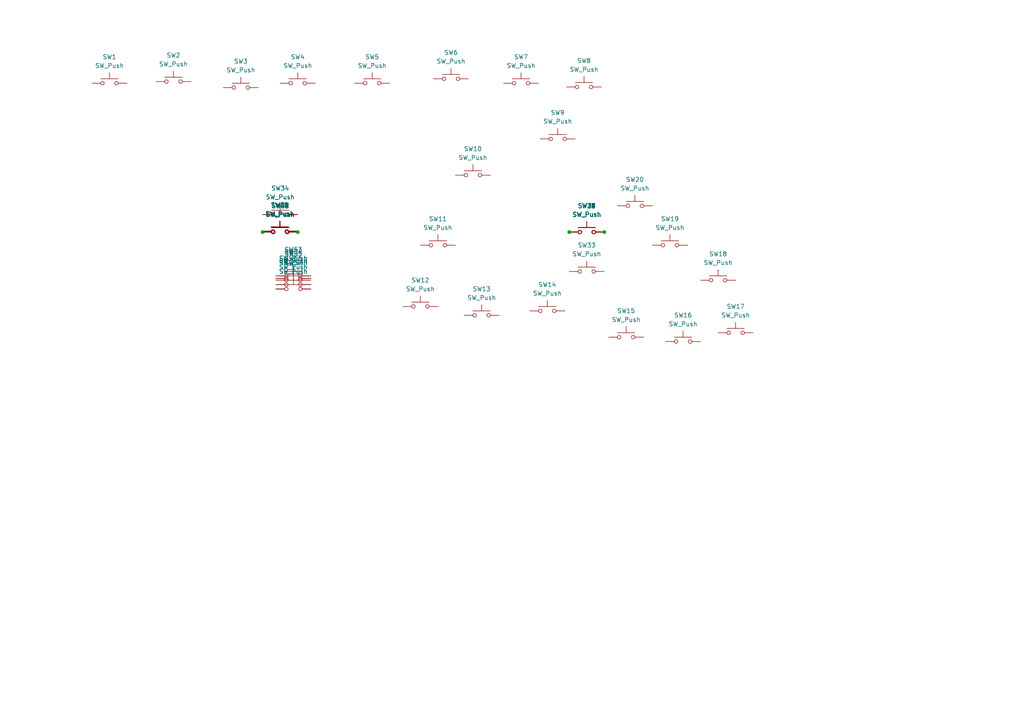
<source format=kicad_sch>
(kicad_sch
	(version 20231120)
	(generator "eeschema")
	(generator_version "8.0")
	(uuid "87996782-061d-47ce-956a-c221ab1ededa")
	(paper "A4")
	(lib_symbols
		(symbol "Switch:SW_Push"
			(pin_numbers hide)
			(pin_names
				(offset 1.016) hide)
			(exclude_from_sim no)
			(in_bom yes)
			(on_board yes)
			(property "Reference" "SW"
				(at 1.27 2.54 0)
				(effects
					(font
						(size 1.27 1.27)
					)
					(justify left)
				)
			)
			(property "Value" "SW_Push"
				(at 0 -1.524 0)
				(effects
					(font
						(size 1.27 1.27)
					)
				)
			)
			(property "Footprint" ""
				(at 0 5.08 0)
				(effects
					(font
						(size 1.27 1.27)
					)
					(hide yes)
				)
			)
			(property "Datasheet" "~"
				(at 0 5.08 0)
				(effects
					(font
						(size 1.27 1.27)
					)
					(hide yes)
				)
			)
			(property "Description" "Push button switch, generic, two pins"
				(at 0 0 0)
				(effects
					(font
						(size 1.27 1.27)
					)
					(hide yes)
				)
			)
			(property "ki_keywords" "switch normally-open pushbutton push-button"
				(at 0 0 0)
				(effects
					(font
						(size 1.27 1.27)
					)
					(hide yes)
				)
			)
			(symbol "SW_Push_0_1"
				(circle
					(center -2.032 0)
					(radius 0.508)
					(stroke
						(width 0)
						(type default)
					)
					(fill
						(type none)
					)
				)
				(polyline
					(pts
						(xy 0 1.27) (xy 0 3.048)
					)
					(stroke
						(width 0)
						(type default)
					)
					(fill
						(type none)
					)
				)
				(polyline
					(pts
						(xy 2.54 1.27) (xy -2.54 1.27)
					)
					(stroke
						(width 0)
						(type default)
					)
					(fill
						(type none)
					)
				)
				(circle
					(center 2.032 0)
					(radius 0.508)
					(stroke
						(width 0)
						(type default)
					)
					(fill
						(type none)
					)
				)
				(pin passive line
					(at -5.08 0 0)
					(length 2.54)
					(name "1"
						(effects
							(font
								(size 1.27 1.27)
							)
						)
					)
					(number "1"
						(effects
							(font
								(size 1.27 1.27)
							)
						)
					)
				)
				(pin passive line
					(at 5.08 0 180)
					(length 2.54)
					(name "2"
						(effects
							(font
								(size 1.27 1.27)
							)
						)
					)
					(number "2"
						(effects
							(font
								(size 1.27 1.27)
							)
						)
					)
				)
			)
		)
	)
	(junction
		(at 165.1 67.31)
		(diameter 0)
		(color 0 0 0 0)
		(uuid "23bc377f-9cc0-4604-8c95-aa4c2b6733d3")
	)
	(junction
		(at 86.36 67.31)
		(diameter 0)
		(color 0 0 0 0)
		(uuid "241b5666-024e-49a8-ac70-a5eadbacedfc")
	)
	(junction
		(at 175.26 67.31)
		(diameter 0)
		(color 0 0 0 0)
		(uuid "7f7c3cb8-9ecf-4ac4-b908-f5668a0bcf2e")
	)
	(junction
		(at 76.2 67.31)
		(diameter 0)
		(color 0 0 0 0)
		(uuid "f456bddd-38ae-4165-a9a4-c57c5b203805")
	)
	(symbol
		(lib_id "Switch:SW_Push")
		(at 85.09 82.55 0)
		(unit 1)
		(exclude_from_sim no)
		(in_bom yes)
		(on_board yes)
		(dnp no)
		(fields_autoplaced yes)
		(uuid "029dddbc-fd4d-4074-a0c4-521e150d67e7")
		(property "Reference" "SW56"
			(at 85.09 74.93 0)
			(effects
				(font
					(size 1.27 1.27)
				)
			)
		)
		(property "Value" "SW_Push"
			(at 85.09 77.47 0)
			(effects
				(font
					(size 1.27 1.27)
				)
			)
		)
		(property "Footprint" "JohnDeereLibrary:Gateron KS33 Plate"
			(at 85.09 77.47 0)
			(effects
				(font
					(size 1.27 1.27)
				)
				(hide yes)
			)
		)
		(property "Datasheet" "~"
			(at 85.09 77.47 0)
			(effects
				(font
					(size 1.27 1.27)
				)
				(hide yes)
			)
		)
		(property "Description" "Push button switch, generic, two pins"
			(at 85.09 82.55 0)
			(effects
				(font
					(size 1.27 1.27)
				)
				(hide yes)
			)
		)
		(pin "2"
			(uuid "e469cca5-e878-4f0b-bbfd-f9863803fe6d")
		)
		(pin "1"
			(uuid "38d8a7dc-537d-4367-8d97-9fec1c152511")
		)
		(instances
			(project "Geneology_Keyboard"
				(path "/87996782-061d-47ce-956a-c221ab1ededa"
					(reference "SW56")
					(unit 1)
				)
			)
		)
	)
	(symbol
		(lib_id "Switch:SW_Push")
		(at 161.7583 40.2902 0)
		(unit 1)
		(exclude_from_sim no)
		(in_bom yes)
		(on_board yes)
		(dnp no)
		(fields_autoplaced yes)
		(uuid "0b0e91e8-8773-446c-93cf-882f264f0e45")
		(property "Reference" "SW9"
			(at 161.7583 32.6702 0)
			(effects
				(font
					(size 1.27 1.27)
				)
			)
		)
		(property "Value" "SW_Push"
			(at 161.7583 35.2102 0)
			(effects
				(font
					(size 1.27 1.27)
				)
			)
		)
		(property "Footprint" "JohnDeereLibrary:Gateron KS33 Plate"
			(at 161.7583 35.2102 0)
			(effects
				(font
					(size 1.27 1.27)
				)
				(hide yes)
			)
		)
		(property "Datasheet" "~"
			(at 161.7583 35.2102 0)
			(effects
				(font
					(size 1.27 1.27)
				)
				(hide yes)
			)
		)
		(property "Description" "Push button switch, generic, two pins"
			(at 161.7583 40.2902 0)
			(effects
				(font
					(size 1.27 1.27)
				)
				(hide yes)
			)
		)
		(pin "2"
			(uuid "fe4b5703-f9af-4f53-a122-90acedf3f578")
		)
		(pin "1"
			(uuid "b87a5c0c-6800-4a46-906c-6b9a71a9697b")
		)
		(instances
			(project "Geneology_Keyboard"
				(path "/87996782-061d-47ce-956a-c221ab1ededa"
					(reference "SW9")
					(unit 1)
				)
			)
		)
	)
	(symbol
		(lib_id "Switch:SW_Push")
		(at 81.0913 67.0294 0)
		(unit 1)
		(exclude_from_sim no)
		(in_bom yes)
		(on_board yes)
		(dnp no)
		(fields_autoplaced yes)
		(uuid "1a2bbe12-a89b-4132-9639-42056d2132a7")
		(property "Reference" "SW35"
			(at 81.0913 59.4094 0)
			(effects
				(font
					(size 1.27 1.27)
				)
			)
		)
		(property "Value" "SW_Push"
			(at 81.0913 61.9494 0)
			(effects
				(font
					(size 1.27 1.27)
				)
			)
		)
		(property "Footprint" "JohnDeereLibrary:Gateron KS33 Plate"
			(at 81.0913 61.9494 0)
			(effects
				(font
					(size 1.27 1.27)
				)
				(hide yes)
			)
		)
		(property "Datasheet" "~"
			(at 81.0913 61.9494 0)
			(effects
				(font
					(size 1.27 1.27)
				)
				(hide yes)
			)
		)
		(property "Description" "Push button switch, generic, two pins"
			(at 81.0913 67.0294 0)
			(effects
				(font
					(size 1.27 1.27)
				)
				(hide yes)
			)
		)
		(pin "2"
			(uuid "aab62d4a-bf07-490b-b839-9cec48d2de4d")
		)
		(pin "1"
			(uuid "33994687-ac9d-4888-91dc-fd6c34480a10")
		)
		(instances
			(project "Geneology_Keyboard"
				(path "/87996782-061d-47ce-956a-c221ab1ededa"
					(reference "SW35")
					(unit 1)
				)
			)
		)
	)
	(symbol
		(lib_id "Switch:SW_Push")
		(at 158.75 90.17 0)
		(unit 1)
		(exclude_from_sim no)
		(in_bom yes)
		(on_board yes)
		(dnp no)
		(fields_autoplaced yes)
		(uuid "1a78e10a-12c2-442e-b88e-e7aa30e46a21")
		(property "Reference" "SW14"
			(at 158.75 82.55 0)
			(effects
				(font
					(size 1.27 1.27)
				)
			)
		)
		(property "Value" "SW_Push"
			(at 158.75 85.09 0)
			(effects
				(font
					(size 1.27 1.27)
				)
			)
		)
		(property "Footprint" "JohnDeereLibrary:Gateron KS33 Plate"
			(at 158.75 85.09 0)
			(effects
				(font
					(size 1.27 1.27)
				)
				(hide yes)
			)
		)
		(property "Datasheet" "~"
			(at 158.75 85.09 0)
			(effects
				(font
					(size 1.27 1.27)
				)
				(hide yes)
			)
		)
		(property "Description" "Push button switch, generic, two pins"
			(at 158.75 90.17 0)
			(effects
				(font
					(size 1.27 1.27)
				)
				(hide yes)
			)
		)
		(pin "2"
			(uuid "dc8d6e47-6c98-4b06-aefb-97ee250082e8")
		)
		(pin "1"
			(uuid "115f7e7f-84db-4681-8821-a1b83c390b98")
		)
		(instances
			(project "Geneology_Keyboard"
				(path "/87996782-061d-47ce-956a-c221ab1ededa"
					(reference "SW14")
					(unit 1)
				)
			)
		)
	)
	(symbol
		(lib_id "Switch:SW_Push")
		(at 137.16 50.8 0)
		(unit 1)
		(exclude_from_sim no)
		(in_bom yes)
		(on_board yes)
		(dnp no)
		(fields_autoplaced yes)
		(uuid "1a86773f-f8ab-4f37-8f3b-2b10b884d283")
		(property "Reference" "SW10"
			(at 137.16 43.18 0)
			(effects
				(font
					(size 1.27 1.27)
				)
			)
		)
		(property "Value" "SW_Push"
			(at 137.16 45.72 0)
			(effects
				(font
					(size 1.27 1.27)
				)
			)
		)
		(property "Footprint" "JohnDeereLibrary:Gateron KS33 Plate"
			(at 137.16 45.72 0)
			(effects
				(font
					(size 1.27 1.27)
				)
				(hide yes)
			)
		)
		(property "Datasheet" "~"
			(at 137.16 45.72 0)
			(effects
				(font
					(size 1.27 1.27)
				)
				(hide yes)
			)
		)
		(property "Description" "Push button switch, generic, two pins"
			(at 137.16 50.8 0)
			(effects
				(font
					(size 1.27 1.27)
				)
				(hide yes)
			)
		)
		(pin "2"
			(uuid "64073cf3-010a-445c-8558-7f5c4f4df1cf")
		)
		(pin "1"
			(uuid "147d8bc4-9e76-4c03-8327-1e1dbc2ca776")
		)
		(instances
			(project "Geneology_Keyboard"
				(path "/87996782-061d-47ce-956a-c221ab1ededa"
					(reference "SW10")
					(unit 1)
				)
			)
		)
	)
	(symbol
		(lib_id "Switch:SW_Push")
		(at 81.28 67.31 0)
		(unit 1)
		(exclude_from_sim no)
		(in_bom yes)
		(on_board yes)
		(dnp no)
		(fields_autoplaced yes)
		(uuid "1b507719-8f6e-45be-8d61-babbfd5b3095")
		(property "Reference" "SW49"
			(at 81.28 59.69 0)
			(effects
				(font
					(size 1.27 1.27)
				)
			)
		)
		(property "Value" "SW_Push"
			(at 81.28 62.23 0)
			(effects
				(font
					(size 1.27 1.27)
				)
			)
		)
		(property "Footprint" "JohnDeereLibrary:Gateron KS33 Plate"
			(at 81.28 62.23 0)
			(effects
				(font
					(size 1.27 1.27)
				)
				(hide yes)
			)
		)
		(property "Datasheet" "~"
			(at 81.28 62.23 0)
			(effects
				(font
					(size 1.27 1.27)
				)
				(hide yes)
			)
		)
		(property "Description" "Push button switch, generic, two pins"
			(at 81.28 67.31 0)
			(effects
				(font
					(size 1.27 1.27)
				)
				(hide yes)
			)
		)
		(pin "2"
			(uuid "e1d65015-a851-4183-b0ba-89e0a1e16660")
		)
		(pin "1"
			(uuid "312ecebd-1789-4b62-82d0-45850877cb3c")
		)
		(instances
			(project "Geneology_Keyboard"
				(path "/87996782-061d-47ce-956a-c221ab1ededa"
					(reference "SW49")
					(unit 1)
				)
			)
		)
	)
	(symbol
		(lib_id "Switch:SW_Push")
		(at 139.7 91.44 0)
		(unit 1)
		(exclude_from_sim no)
		(in_bom yes)
		(on_board yes)
		(dnp no)
		(fields_autoplaced yes)
		(uuid "1be3b603-982f-48ac-ba30-6506371e3d96")
		(property "Reference" "SW13"
			(at 139.7 83.82 0)
			(effects
				(font
					(size 1.27 1.27)
				)
			)
		)
		(property "Value" "SW_Push"
			(at 139.7 86.36 0)
			(effects
				(font
					(size 1.27 1.27)
				)
			)
		)
		(property "Footprint" "JohnDeereLibrary:Gateron KS33 Plate"
			(at 139.7 86.36 0)
			(effects
				(font
					(size 1.27 1.27)
				)
				(hide yes)
			)
		)
		(property "Datasheet" "~"
			(at 139.7 86.36 0)
			(effects
				(font
					(size 1.27 1.27)
				)
				(hide yes)
			)
		)
		(property "Description" "Push button switch, generic, two pins"
			(at 139.7 91.44 0)
			(effects
				(font
					(size 1.27 1.27)
				)
				(hide yes)
			)
		)
		(pin "2"
			(uuid "c5189950-09db-4e95-a284-83571da76510")
		)
		(pin "1"
			(uuid "17aa9abf-0407-4b02-8258-08ccb81c8b76")
		)
		(instances
			(project "Geneology_Keyboard"
				(path "/87996782-061d-47ce-956a-c221ab1ededa"
					(reference "SW13")
					(unit 1)
				)
			)
		)
	)
	(symbol
		(lib_id "Switch:SW_Push")
		(at 81.28 67.31 0)
		(unit 1)
		(exclude_from_sim no)
		(in_bom yes)
		(on_board yes)
		(dnp no)
		(fields_autoplaced yes)
		(uuid "25a2c198-f7d6-4e21-a32d-f337c0f7ae46")
		(property "Reference" "SW37"
			(at 81.28 59.69 0)
			(effects
				(font
					(size 1.27 1.27)
				)
			)
		)
		(property "Value" "SW_Push"
			(at 81.28 62.23 0)
			(effects
				(font
					(size 1.27 1.27)
				)
			)
		)
		(property "Footprint" "JohnDeereLibrary:Gateron KS33 Plate"
			(at 81.28 62.23 0)
			(effects
				(font
					(size 1.27 1.27)
				)
				(hide yes)
			)
		)
		(property "Datasheet" "~"
			(at 81.28 62.23 0)
			(effects
				(font
					(size 1.27 1.27)
				)
				(hide yes)
			)
		)
		(property "Description" "Push button switch, generic, two pins"
			(at 81.28 67.31 0)
			(effects
				(font
					(size 1.27 1.27)
				)
				(hide yes)
			)
		)
		(pin "2"
			(uuid "5783a29a-3930-4a10-99d2-411083888051")
		)
		(pin "1"
			(uuid "eff1bc9f-57ec-49f8-bf7c-c00684045a47")
		)
		(instances
			(project "Geneology_Keyboard"
				(path "/87996782-061d-47ce-956a-c221ab1ededa"
					(reference "SW37")
					(unit 1)
				)
			)
		)
	)
	(symbol
		(lib_id "Switch:SW_Push")
		(at 85.09 81.28 0)
		(unit 1)
		(exclude_from_sim no)
		(in_bom yes)
		(on_board yes)
		(dnp no)
		(fields_autoplaced yes)
		(uuid "2b03b0e7-45b5-46e5-ab3b-23762928d2ed")
		(property "Reference" "SW55"
			(at 85.09 73.66 0)
			(effects
				(font
					(size 1.27 1.27)
				)
			)
		)
		(property "Value" "SW_Push"
			(at 85.09 76.2 0)
			(effects
				(font
					(size 1.27 1.27)
				)
			)
		)
		(property "Footprint" "JohnDeereLibrary:Gateron KS33 Plate"
			(at 85.09 76.2 0)
			(effects
				(font
					(size 1.27 1.27)
				)
				(hide yes)
			)
		)
		(property "Datasheet" "~"
			(at 85.09 76.2 0)
			(effects
				(font
					(size 1.27 1.27)
				)
				(hide yes)
			)
		)
		(property "Description" "Push button switch, generic, two pins"
			(at 85.09 81.28 0)
			(effects
				(font
					(size 1.27 1.27)
				)
				(hide yes)
			)
		)
		(pin "2"
			(uuid "a9b783f3-da0d-4fa1-895c-a0b8feb2eca3")
		)
		(pin "1"
			(uuid "23a06d74-a9eb-417e-aa24-53214b636be3")
		)
		(instances
			(project "Geneology_Keyboard"
				(path "/87996782-061d-47ce-956a-c221ab1ededa"
					(reference "SW55")
					(unit 1)
				)
			)
		)
	)
	(symbol
		(lib_id "Switch:SW_Push")
		(at 121.92 88.9 0)
		(unit 1)
		(exclude_from_sim no)
		(in_bom yes)
		(on_board yes)
		(dnp no)
		(fields_autoplaced yes)
		(uuid "30dc7fd2-6165-47d3-8aaa-4b3172fb621b")
		(property "Reference" "SW12"
			(at 121.92 81.28 0)
			(effects
				(font
					(size 1.27 1.27)
				)
			)
		)
		(property "Value" "SW_Push"
			(at 121.92 83.82 0)
			(effects
				(font
					(size 1.27 1.27)
				)
			)
		)
		(property "Footprint" "JohnDeereLibrary:Gateron KS33 Plate"
			(at 121.92 83.82 0)
			(effects
				(font
					(size 1.27 1.27)
				)
				(hide yes)
			)
		)
		(property "Datasheet" "~"
			(at 121.92 83.82 0)
			(effects
				(font
					(size 1.27 1.27)
				)
				(hide yes)
			)
		)
		(property "Description" "Push button switch, generic, two pins"
			(at 121.92 88.9 0)
			(effects
				(font
					(size 1.27 1.27)
				)
				(hide yes)
			)
		)
		(pin "2"
			(uuid "6ffc3b49-c5a5-4efa-b5af-c7f0327d2d8c")
		)
		(pin "1"
			(uuid "213a6245-421a-459d-abe7-f217e951ba88")
		)
		(instances
			(project "Geneology_Keyboard"
				(path "/87996782-061d-47ce-956a-c221ab1ededa"
					(reference "SW12")
					(unit 1)
				)
			)
		)
	)
	(symbol
		(lib_id "Switch:SW_Push")
		(at 170.18 67.31 0)
		(unit 1)
		(exclude_from_sim no)
		(in_bom yes)
		(on_board yes)
		(dnp no)
		(fields_autoplaced yes)
		(uuid "35565f65-7491-419f-a661-4582246d569e")
		(property "Reference" "SW29"
			(at 170.18 59.69 0)
			(effects
				(font
					(size 1.27 1.27)
				)
			)
		)
		(property "Value" "SW_Push"
			(at 170.18 62.23 0)
			(effects
				(font
					(size 1.27 1.27)
				)
			)
		)
		(property "Footprint" "JohnDeereLibrary:Gateron KS33 Plate"
			(at 170.18 62.23 0)
			(effects
				(font
					(size 1.27 1.27)
				)
				(hide yes)
			)
		)
		(property "Datasheet" "~"
			(at 170.18 62.23 0)
			(effects
				(font
					(size 1.27 1.27)
				)
				(hide yes)
			)
		)
		(property "Description" "Push button switch, generic, two pins"
			(at 170.18 67.31 0)
			(effects
				(font
					(size 1.27 1.27)
				)
				(hide yes)
			)
		)
		(pin "2"
			(uuid "83413c24-761f-416d-97cf-8d8ad8ea43a1")
		)
		(pin "1"
			(uuid "93eb179a-a2dc-44bb-a9ae-7d66ec4fae83")
		)
		(instances
			(project "Geneology_Keyboard"
				(path "/87996782-061d-47ce-956a-c221ab1ededa"
					(reference "SW29")
					(unit 1)
				)
			)
		)
	)
	(symbol
		(lib_id "Switch:SW_Push")
		(at 81.28 67.31 0)
		(unit 1)
		(exclude_from_sim no)
		(in_bom yes)
		(on_board yes)
		(dnp no)
		(fields_autoplaced yes)
		(uuid "36e51cf9-b1b9-47c4-bab7-56b7aace3903")
		(property "Reference" "SW48"
			(at 81.28 59.69 0)
			(effects
				(font
					(size 1.27 1.27)
				)
			)
		)
		(property "Value" "SW_Push"
			(at 81.28 62.23 0)
			(effects
				(font
					(size 1.27 1.27)
				)
			)
		)
		(property "Footprint" "JohnDeereLibrary:Gateron KS33 Plate"
			(at 81.28 62.23 0)
			(effects
				(font
					(size 1.27 1.27)
				)
				(hide yes)
			)
		)
		(property "Datasheet" "~"
			(at 81.28 62.23 0)
			(effects
				(font
					(size 1.27 1.27)
				)
				(hide yes)
			)
		)
		(property "Description" "Push button switch, generic, two pins"
			(at 81.28 67.31 0)
			(effects
				(font
					(size 1.27 1.27)
				)
				(hide yes)
			)
		)
		(pin "2"
			(uuid "303e7764-a01a-4c74-98f4-cf56b7cea9ef")
		)
		(pin "1"
			(uuid "69656f0a-bd21-47e5-8771-1565a5319ce5")
		)
		(instances
			(project "Geneology_Keyboard"
				(path "/87996782-061d-47ce-956a-c221ab1ededa"
					(reference "SW48")
					(unit 1)
				)
			)
		)
	)
	(symbol
		(lib_id "Switch:SW_Push")
		(at 81.28 67.31 0)
		(unit 1)
		(exclude_from_sim no)
		(in_bom yes)
		(on_board yes)
		(dnp no)
		(fields_autoplaced yes)
		(uuid "39e7aff8-c94c-4861-b413-a8495524ece1")
		(property "Reference" "SW51"
			(at 81.28 59.69 0)
			(effects
				(font
					(size 1.27 1.27)
				)
			)
		)
		(property "Value" "SW_Push"
			(at 81.28 62.23 0)
			(effects
				(font
					(size 1.27 1.27)
				)
			)
		)
		(property "Footprint" "JohnDeereLibrary:Gateron KS33 Plate"
			(at 81.28 62.23 0)
			(effects
				(font
					(size 1.27 1.27)
				)
				(hide yes)
			)
		)
		(property "Datasheet" "~"
			(at 81.28 62.23 0)
			(effects
				(font
					(size 1.27 1.27)
				)
				(hide yes)
			)
		)
		(property "Description" "Push button switch, generic, two pins"
			(at 81.28 67.31 0)
			(effects
				(font
					(size 1.27 1.27)
				)
				(hide yes)
			)
		)
		(pin "2"
			(uuid "2afb9b5f-132c-4a3e-97f0-4c3ddcf29764")
		)
		(pin "1"
			(uuid "d438758b-1d53-43cd-a802-87797540ca03")
		)
		(instances
			(project "Geneology_Keyboard"
				(path "/87996782-061d-47ce-956a-c221ab1ededa"
					(reference "SW51")
					(unit 1)
				)
			)
		)
	)
	(symbol
		(lib_id "Switch:SW_Push")
		(at 81.28 67.31 0)
		(unit 1)
		(exclude_from_sim no)
		(in_bom yes)
		(on_board yes)
		(dnp no)
		(fields_autoplaced yes)
		(uuid "3fe76894-c377-4b60-9982-ce82f7e54a7a")
		(property "Reference" "SW43"
			(at 81.28 59.69 0)
			(effects
				(font
					(size 1.27 1.27)
				)
			)
		)
		(property "Value" "SW_Push"
			(at 81.28 62.23 0)
			(effects
				(font
					(size 1.27 1.27)
				)
			)
		)
		(property "Footprint" "JohnDeereLibrary:Gateron KS33 Plate"
			(at 81.28 62.23 0)
			(effects
				(font
					(size 1.27 1.27)
				)
				(hide yes)
			)
		)
		(property "Datasheet" "~"
			(at 81.28 62.23 0)
			(effects
				(font
					(size 1.27 1.27)
				)
				(hide yes)
			)
		)
		(property "Description" "Push button switch, generic, two pins"
			(at 81.28 67.31 0)
			(effects
				(font
					(size 1.27 1.27)
				)
				(hide yes)
			)
		)
		(pin "2"
			(uuid "fb4f7d76-7150-4b63-b15d-c25cdd1d159d")
		)
		(pin "1"
			(uuid "1cf1e7f7-432c-408c-9a23-927aa4855505")
		)
		(instances
			(project "Geneology_Keyboard"
				(path "/87996782-061d-47ce-956a-c221ab1ededa"
					(reference "SW43")
					(unit 1)
				)
			)
		)
	)
	(symbol
		(lib_id "Switch:SW_Push")
		(at 85.09 80.01 0)
		(unit 1)
		(exclude_from_sim no)
		(in_bom yes)
		(on_board yes)
		(dnp no)
		(fields_autoplaced yes)
		(uuid "44e1a8dd-a0f8-4b5f-bf22-f13df032edb4")
		(property "Reference" "SW53"
			(at 85.09 72.39 0)
			(effects
				(font
					(size 1.27 1.27)
				)
			)
		)
		(property "Value" "SW_Push"
			(at 85.09 74.93 0)
			(effects
				(font
					(size 1.27 1.27)
				)
			)
		)
		(property "Footprint" "JohnDeereLibrary:Gateron KS33 Plate"
			(at 85.09 74.93 0)
			(effects
				(font
					(size 1.27 1.27)
				)
				(hide yes)
			)
		)
		(property "Datasheet" "~"
			(at 85.09 74.93 0)
			(effects
				(font
					(size 1.27 1.27)
				)
				(hide yes)
			)
		)
		(property "Description" "Push button switch, generic, two pins"
			(at 85.09 80.01 0)
			(effects
				(font
					(size 1.27 1.27)
				)
				(hide yes)
			)
		)
		(pin "2"
			(uuid "d66b0822-4d13-45d2-8a84-c5cf3eccc048")
		)
		(pin "1"
			(uuid "78ca7623-5f1c-448a-b5ad-40e9919e17cb")
		)
		(instances
			(project "Geneology_Keyboard"
				(path "/87996782-061d-47ce-956a-c221ab1ededa"
					(reference "SW53")
					(unit 1)
				)
			)
		)
	)
	(symbol
		(lib_id "Switch:SW_Push")
		(at 127 71.12 0)
		(unit 1)
		(exclude_from_sim no)
		(in_bom yes)
		(on_board yes)
		(dnp no)
		(fields_autoplaced yes)
		(uuid "4552e335-e09e-40c1-96f8-262867698fea")
		(property "Reference" "SW11"
			(at 127 63.5 0)
			(effects
				(font
					(size 1.27 1.27)
				)
			)
		)
		(property "Value" "SW_Push"
			(at 127 66.04 0)
			(effects
				(font
					(size 1.27 1.27)
				)
			)
		)
		(property "Footprint" "JohnDeereLibrary:Gateron KS33 Plate"
			(at 127 66.04 0)
			(effects
				(font
					(size 1.27 1.27)
				)
				(hide yes)
			)
		)
		(property "Datasheet" "~"
			(at 127 66.04 0)
			(effects
				(font
					(size 1.27 1.27)
				)
				(hide yes)
			)
		)
		(property "Description" "Push button switch, generic, two pins"
			(at 127 71.12 0)
			(effects
				(font
					(size 1.27 1.27)
				)
				(hide yes)
			)
		)
		(pin "2"
			(uuid "9f4d95ea-b3e8-4a74-9802-a91618e8e9c1")
		)
		(pin "1"
			(uuid "86e2d594-8c8a-4f42-b041-7ea03c1253f9")
		)
		(instances
			(project "Geneology_Keyboard"
				(path "/87996782-061d-47ce-956a-c221ab1ededa"
					(reference "SW11")
					(unit 1)
				)
			)
		)
	)
	(symbol
		(lib_id "Switch:SW_Push")
		(at 170.18 67.31 0)
		(unit 1)
		(exclude_from_sim no)
		(in_bom yes)
		(on_board yes)
		(dnp no)
		(fields_autoplaced yes)
		(uuid "4a2df791-9a26-432d-a454-9d8c6edaa92e")
		(property "Reference" "SW24"
			(at 170.18 59.69 0)
			(effects
				(font
					(size 1.27 1.27)
				)
			)
		)
		(property "Value" "SW_Push"
			(at 170.18 62.23 0)
			(effects
				(font
					(size 1.27 1.27)
				)
			)
		)
		(property "Footprint" "JohnDeereLibrary:Gateron KS33 Plate"
			(at 170.18 62.23 0)
			(effects
				(font
					(size 1.27 1.27)
				)
				(hide yes)
			)
		)
		(property "Datasheet" "~"
			(at 170.18 62.23 0)
			(effects
				(font
					(size 1.27 1.27)
				)
				(hide yes)
			)
		)
		(property "Description" "Push button switch, generic, two pins"
			(at 170.18 67.31 0)
			(effects
				(font
					(size 1.27 1.27)
				)
				(hide yes)
			)
		)
		(pin "2"
			(uuid "f252b8b7-0339-48b0-9546-00d58fb4d4e5")
		)
		(pin "1"
			(uuid "22b62cc4-8d99-4444-b07c-510adddcb3ed")
		)
		(instances
			(project "Geneology_Keyboard"
				(path "/87996782-061d-47ce-956a-c221ab1ededa"
					(reference "SW24")
					(unit 1)
				)
			)
		)
	)
	(symbol
		(lib_id "Switch:SW_Push")
		(at 81.28 62.23 0)
		(unit 1)
		(exclude_from_sim no)
		(in_bom yes)
		(on_board yes)
		(dnp no)
		(fields_autoplaced yes)
		(uuid "4bdfda65-255b-482a-baee-224a22f863bf")
		(property "Reference" "SW34"
			(at 81.28 54.61 0)
			(effects
				(font
					(size 1.27 1.27)
				)
			)
		)
		(property "Value" "SW_Push"
			(at 81.28 57.15 0)
			(effects
				(font
					(size 1.27 1.27)
				)
			)
		)
		(property "Footprint" "JohnDeereLibrary:Gateron KS33 Plate"
			(at 81.28 57.15 0)
			(effects
				(font
					(size 1.27 1.27)
				)
				(hide yes)
			)
		)
		(property "Datasheet" "~"
			(at 81.28 57.15 0)
			(effects
				(font
					(size 1.27 1.27)
				)
				(hide yes)
			)
		)
		(property "Description" "Push button switch, generic, two pins"
			(at 81.28 62.23 0)
			(effects
				(font
					(size 1.27 1.27)
				)
				(hide yes)
			)
		)
		(pin "2"
			(uuid "4bd95835-d953-4f3e-938c-4baf94eb3a2f")
		)
		(pin "1"
			(uuid "41534e0d-c2bb-4d6a-9f92-5ae4dde97016")
		)
		(instances
			(project "Geneology_Keyboard"
				(path "/87996782-061d-47ce-956a-c221ab1ededa"
					(reference "SW34")
					(unit 1)
				)
			)
		)
	)
	(symbol
		(lib_id "Switch:SW_Push")
		(at 170.18 78.74 0)
		(unit 1)
		(exclude_from_sim no)
		(in_bom yes)
		(on_board yes)
		(dnp no)
		(fields_autoplaced yes)
		(uuid "52f9dea8-9d3d-4172-96e2-6fb6ca6312fe")
		(property "Reference" "SW33"
			(at 170.18 71.12 0)
			(effects
				(font
					(size 1.27 1.27)
				)
			)
		)
		(property "Value" "SW_Push"
			(at 170.18 73.66 0)
			(effects
				(font
					(size 1.27 1.27)
				)
			)
		)
		(property "Footprint" "JohnDeereLibrary:Gateron KS33 Plate"
			(at 170.18 73.66 0)
			(effects
				(font
					(size 1.27 1.27)
				)
				(hide yes)
			)
		)
		(property "Datasheet" "~"
			(at 170.18 73.66 0)
			(effects
				(font
					(size 1.27 1.27)
				)
				(hide yes)
			)
		)
		(property "Description" "Push button switch, generic, two pins"
			(at 170.18 78.74 0)
			(effects
				(font
					(size 1.27 1.27)
				)
				(hide yes)
			)
		)
		(pin "2"
			(uuid "73b38ef0-bbc4-4b0f-9134-229b52364cf8")
		)
		(pin "1"
			(uuid "6b8c860b-4a3b-4878-a9e1-13f4867ad6ce")
		)
		(instances
			(project "Geneology_Keyboard"
				(path "/87996782-061d-47ce-956a-c221ab1ededa"
					(reference "SW33")
					(unit 1)
				)
			)
		)
	)
	(symbol
		(lib_id "Switch:SW_Push")
		(at 81.28 67.31 0)
		(unit 1)
		(exclude_from_sim no)
		(in_bom yes)
		(on_board yes)
		(dnp no)
		(fields_autoplaced yes)
		(uuid "547265c3-7d5b-4142-ab34-89ad3e7b89d0")
		(property "Reference" "SW40"
			(at 81.28 59.69 0)
			(effects
				(font
					(size 1.27 1.27)
				)
			)
		)
		(property "Value" "SW_Push"
			(at 81.28 62.23 0)
			(effects
				(font
					(size 1.27 1.27)
				)
			)
		)
		(property "Footprint" "JohnDeereLibrary:Gateron KS33 Plate"
			(at 81.28 62.23 0)
			(effects
				(font
					(size 1.27 1.27)
				)
				(hide yes)
			)
		)
		(property "Datasheet" "~"
			(at 81.28 62.23 0)
			(effects
				(font
					(size 1.27 1.27)
				)
				(hide yes)
			)
		)
		(property "Description" "Push button switch, generic, two pins"
			(at 81.28 67.31 0)
			(effects
				(font
					(size 1.27 1.27)
				)
				(hide yes)
			)
		)
		(pin "2"
			(uuid "9693ede8-9848-463d-8948-673ebda45679")
		)
		(pin "1"
			(uuid "b7f7c455-f8bb-4d06-a103-9df65c3a5aaf")
		)
		(instances
			(project "Geneology_Keyboard"
				(path "/87996782-061d-47ce-956a-c221ab1ededa"
					(reference "SW40")
					(unit 1)
				)
			)
		)
	)
	(symbol
		(lib_id "Switch:SW_Push")
		(at 170.18 67.31 0)
		(unit 1)
		(exclude_from_sim no)
		(in_bom yes)
		(on_board yes)
		(dnp no)
		(fields_autoplaced yes)
		(uuid "63e6fe60-4615-4100-a678-00a2452f00d0")
		(property "Reference" "SW32"
			(at 170.18 59.69 0)
			(effects
				(font
					(size 1.27 1.27)
				)
			)
		)
		(property "Value" "SW_Push"
			(at 170.18 62.23 0)
			(effects
				(font
					(size 1.27 1.27)
				)
			)
		)
		(property "Footprint" "JohnDeereLibrary:Gateron KS33 Plate"
			(at 170.18 62.23 0)
			(effects
				(font
					(size 1.27 1.27)
				)
				(hide yes)
			)
		)
		(property "Datasheet" "~"
			(at 170.18 62.23 0)
			(effects
				(font
					(size 1.27 1.27)
				)
				(hide yes)
			)
		)
		(property "Description" "Push button switch, generic, two pins"
			(at 170.18 67.31 0)
			(effects
				(font
					(size 1.27 1.27)
				)
				(hide yes)
			)
		)
		(pin "2"
			(uuid "19e80e7d-dd4f-4d15-879b-18a985902ac2")
		)
		(pin "1"
			(uuid "5784d53b-e560-41cd-a3c7-5e4695fd1dc8")
		)
		(instances
			(project "Geneology_Keyboard"
				(path "/87996782-061d-47ce-956a-c221ab1ededa"
					(reference "SW32")
					(unit 1)
				)
			)
		)
	)
	(symbol
		(lib_id "Switch:SW_Push")
		(at 208.28 81.28 0)
		(unit 1)
		(exclude_from_sim no)
		(in_bom yes)
		(on_board yes)
		(dnp no)
		(fields_autoplaced yes)
		(uuid "67c8252c-5b7e-4bd8-b3f1-c1c7b611e984")
		(property "Reference" "SW18"
			(at 208.28 73.66 0)
			(effects
				(font
					(size 1.27 1.27)
				)
			)
		)
		(property "Value" "SW_Push"
			(at 208.28 76.2 0)
			(effects
				(font
					(size 1.27 1.27)
				)
			)
		)
		(property "Footprint" "JohnDeereLibrary:Gateron KS33 Plate"
			(at 208.28 76.2 0)
			(effects
				(font
					(size 1.27 1.27)
				)
				(hide yes)
			)
		)
		(property "Datasheet" "~"
			(at 208.28 76.2 0)
			(effects
				(font
					(size 1.27 1.27)
				)
				(hide yes)
			)
		)
		(property "Description" "Push button switch, generic, two pins"
			(at 208.28 81.28 0)
			(effects
				(font
					(size 1.27 1.27)
				)
				(hide yes)
			)
		)
		(pin "2"
			(uuid "da037071-d92e-4723-aec1-faee59dc9680")
		)
		(pin "1"
			(uuid "48248948-5c58-4943-9cc0-e4c44dfc6d59")
		)
		(instances
			(project "Geneology_Keyboard"
				(path "/87996782-061d-47ce-956a-c221ab1ededa"
					(reference "SW18")
					(unit 1)
				)
			)
		)
	)
	(symbol
		(lib_id "Switch:SW_Push")
		(at 31.75 24.13 0)
		(unit 1)
		(exclude_from_sim no)
		(in_bom yes)
		(on_board yes)
		(dnp no)
		(fields_autoplaced yes)
		(uuid "6bf25df7-a9eb-40ce-a861-bcb96fdaba5c")
		(property "Reference" "SW1"
			(at 31.75 16.51 0)
			(effects
				(font
					(size 1.27 1.27)
				)
			)
		)
		(property "Value" "SW_Push"
			(at 31.75 19.05 0)
			(effects
				(font
					(size 1.27 1.27)
				)
			)
		)
		(property "Footprint" "JohnDeereLibrary:Gateron KS33 Plate"
			(at 31.75 19.05 0)
			(effects
				(font
					(size 1.27 1.27)
				)
				(hide yes)
			)
		)
		(property "Datasheet" "~"
			(at 31.75 19.05 0)
			(effects
				(font
					(size 1.27 1.27)
				)
				(hide yes)
			)
		)
		(property "Description" "Push button switch, generic, two pins"
			(at 31.75 24.13 0)
			(effects
				(font
					(size 1.27 1.27)
				)
				(hide yes)
			)
		)
		(pin "2"
			(uuid "4ea8737a-4948-4914-a628-1604c5662225")
		)
		(pin "1"
			(uuid "c3fb2771-b31a-4da8-b094-bbef4da90efc")
		)
		(instances
			(project ""
				(path "/87996782-061d-47ce-956a-c221ab1ededa"
					(reference "SW1")
					(unit 1)
				)
			)
		)
	)
	(symbol
		(lib_id "Switch:SW_Push")
		(at 170.18 67.31 0)
		(unit 1)
		(exclude_from_sim no)
		(in_bom yes)
		(on_board yes)
		(dnp no)
		(fields_autoplaced yes)
		(uuid "70f7553d-e2c3-468d-964a-a8fbbd53bc28")
		(property "Reference" "SW23"
			(at 170.18 59.69 0)
			(effects
				(font
					(size 1.27 1.27)
				)
			)
		)
		(property "Value" "SW_Push"
			(at 170.18 62.23 0)
			(effects
				(font
					(size 1.27 1.27)
				)
			)
		)
		(property "Footprint" "JohnDeereLibrary:Gateron KS33 Plate"
			(at 170.18 62.23 0)
			(effects
				(font
					(size 1.27 1.27)
				)
				(hide yes)
			)
		)
		(property "Datasheet" "~"
			(at 170.18 62.23 0)
			(effects
				(font
					(size 1.27 1.27)
				)
				(hide yes)
			)
		)
		(property "Description" "Push button switch, generic, two pins"
			(at 170.18 67.31 0)
			(effects
				(font
					(size 1.27 1.27)
				)
				(hide yes)
			)
		)
		(pin "2"
			(uuid "593b5ddf-1735-4f49-8d47-87d53dfe40cc")
		)
		(pin "1"
			(uuid "67d63b69-a644-4ffb-b744-faf0d412cc7a")
		)
		(instances
			(project "Geneology_Keyboard"
				(path "/87996782-061d-47ce-956a-c221ab1ededa"
					(reference "SW23")
					(unit 1)
				)
			)
		)
	)
	(symbol
		(lib_id "Switch:SW_Push")
		(at 81.28 67.31 0)
		(unit 1)
		(exclude_from_sim no)
		(in_bom yes)
		(on_board yes)
		(dnp no)
		(fields_autoplaced yes)
		(uuid "7826c3dc-4f54-4d4b-8993-19320cf4619e")
		(property "Reference" "SW46"
			(at 81.28 59.69 0)
			(effects
				(font
					(size 1.27 1.27)
				)
			)
		)
		(property "Value" "SW_Push"
			(at 81.28 62.23 0)
			(effects
				(font
					(size 1.27 1.27)
				)
			)
		)
		(property "Footprint" "JohnDeereLibrary:Gateron KS33 Plate"
			(at 81.28 62.23 0)
			(effects
				(font
					(size 1.27 1.27)
				)
				(hide yes)
			)
		)
		(property "Datasheet" "~"
			(at 81.28 62.23 0)
			(effects
				(font
					(size 1.27 1.27)
				)
				(hide yes)
			)
		)
		(property "Description" "Push button switch, generic, two pins"
			(at 81.28 67.31 0)
			(effects
				(font
					(size 1.27 1.27)
				)
				(hide yes)
			)
		)
		(pin "2"
			(uuid "4e1a5129-da18-4004-9ac6-0455251ec14c")
		)
		(pin "1"
			(uuid "1ce36bab-7878-4012-95d3-27bba12e0ff4")
		)
		(instances
			(project "Geneology_Keyboard"
				(path "/87996782-061d-47ce-956a-c221ab1ededa"
					(reference "SW46")
					(unit 1)
				)
			)
		)
	)
	(symbol
		(lib_id "Switch:SW_Push")
		(at 170.18 67.31 0)
		(unit 1)
		(exclude_from_sim no)
		(in_bom yes)
		(on_board yes)
		(dnp no)
		(fields_autoplaced yes)
		(uuid "7f89591c-90b4-4d0a-944b-148c147e43a2")
		(property "Reference" "SW28"
			(at 170.18 59.69 0)
			(effects
				(font
					(size 1.27 1.27)
				)
			)
		)
		(property "Value" "SW_Push"
			(at 170.18 62.23 0)
			(effects
				(font
					(size 1.27 1.27)
				)
			)
		)
		(property "Footprint" "JohnDeereLibrary:Gateron KS33 Plate"
			(at 170.18 62.23 0)
			(effects
				(font
					(size 1.27 1.27)
				)
				(hide yes)
			)
		)
		(property "Datasheet" "~"
			(at 170.18 62.23 0)
			(effects
				(font
					(size 1.27 1.27)
				)
				(hide yes)
			)
		)
		(property "Description" "Push button switch, generic, two pins"
			(at 170.18 67.31 0)
			(effects
				(font
					(size 1.27 1.27)
				)
				(hide yes)
			)
		)
		(pin "2"
			(uuid "8d12011c-f396-4449-90fd-7b240dab9ab5")
		)
		(pin "1"
			(uuid "17f8672b-44e8-4d06-a81a-a684064ef7fb")
		)
		(instances
			(project "Geneology_Keyboard"
				(path "/87996782-061d-47ce-956a-c221ab1ededa"
					(reference "SW28")
					(unit 1)
				)
			)
		)
	)
	(symbol
		(lib_id "Switch:SW_Push")
		(at 181.61 97.79 0)
		(unit 1)
		(exclude_from_sim no)
		(in_bom yes)
		(on_board yes)
		(dnp no)
		(fields_autoplaced yes)
		(uuid "8027ddd0-1d8d-4afb-bd2a-707d7e07eb33")
		(property "Reference" "SW15"
			(at 181.61 90.17 0)
			(effects
				(font
					(size 1.27 1.27)
				)
			)
		)
		(property "Value" "SW_Push"
			(at 181.61 92.71 0)
			(effects
				(font
					(size 1.27 1.27)
				)
			)
		)
		(property "Footprint" "JohnDeereLibrary:Gateron KS33 Plate"
			(at 181.61 92.71 0)
			(effects
				(font
					(size 1.27 1.27)
				)
				(hide yes)
			)
		)
		(property "Datasheet" "~"
			(at 181.61 92.71 0)
			(effects
				(font
					(size 1.27 1.27)
				)
				(hide yes)
			)
		)
		(property "Description" "Push button switch, generic, two pins"
			(at 181.61 97.79 0)
			(effects
				(font
					(size 1.27 1.27)
				)
				(hide yes)
			)
		)
		(pin "2"
			(uuid "e2db4342-a759-49ed-ac6d-a286c27493b5")
		)
		(pin "1"
			(uuid "eb19777f-22e7-4057-9699-038b563603e3")
		)
		(instances
			(project "Geneology_Keyboard"
				(path "/87996782-061d-47ce-956a-c221ab1ededa"
					(reference "SW15")
					(unit 1)
				)
			)
		)
	)
	(symbol
		(lib_id "Switch:SW_Push")
		(at 169.3981 25.2354 0)
		(unit 1)
		(exclude_from_sim no)
		(in_bom yes)
		(on_board yes)
		(dnp no)
		(fields_autoplaced yes)
		(uuid "860f9bc9-ebac-4e26-a567-359267293b55")
		(property "Reference" "SW8"
			(at 169.3981 17.6154 0)
			(effects
				(font
					(size 1.27 1.27)
				)
			)
		)
		(property "Value" "SW_Push"
			(at 169.3981 20.1554 0)
			(effects
				(font
					(size 1.27 1.27)
				)
			)
		)
		(property "Footprint" "JohnDeereLibrary:Gateron KS33 Plate"
			(at 169.3981 20.1554 0)
			(effects
				(font
					(size 1.27 1.27)
				)
				(hide yes)
			)
		)
		(property "Datasheet" "~"
			(at 169.3981 20.1554 0)
			(effects
				(font
					(size 1.27 1.27)
				)
				(hide yes)
			)
		)
		(property "Description" "Push button switch, generic, two pins"
			(at 169.3981 25.2354 0)
			(effects
				(font
					(size 1.27 1.27)
				)
				(hide yes)
			)
		)
		(pin "2"
			(uuid "b0508528-6127-4e2e-98ac-4f0a6c0e765b")
		)
		(pin "1"
			(uuid "cc7c6dc9-4264-4631-954d-c785175308eb")
		)
		(instances
			(project "Geneology_Keyboard"
				(path "/87996782-061d-47ce-956a-c221ab1ededa"
					(reference "SW8")
					(unit 1)
				)
			)
		)
	)
	(symbol
		(lib_id "Switch:SW_Push")
		(at 130.81 22.86 0)
		(unit 1)
		(exclude_from_sim no)
		(in_bom yes)
		(on_board yes)
		(dnp no)
		(fields_autoplaced yes)
		(uuid "87f2a549-47ec-4adb-ad57-4367dc2bdfca")
		(property "Reference" "SW6"
			(at 130.81 15.24 0)
			(effects
				(font
					(size 1.27 1.27)
				)
			)
		)
		(property "Value" "SW_Push"
			(at 130.81 17.78 0)
			(effects
				(font
					(size 1.27 1.27)
				)
			)
		)
		(property "Footprint" "JohnDeereLibrary:Gateron KS33 Plate"
			(at 130.81 17.78 0)
			(effects
				(font
					(size 1.27 1.27)
				)
				(hide yes)
			)
		)
		(property "Datasheet" "~"
			(at 130.81 17.78 0)
			(effects
				(font
					(size 1.27 1.27)
				)
				(hide yes)
			)
		)
		(property "Description" "Push button switch, generic, two pins"
			(at 130.81 22.86 0)
			(effects
				(font
					(size 1.27 1.27)
				)
				(hide yes)
			)
		)
		(pin "2"
			(uuid "b50528b6-857d-42dc-aceb-8d7ecbe7abaf")
		)
		(pin "1"
			(uuid "2e23fe26-25cf-43a8-aada-ab176afec83e")
		)
		(instances
			(project "Geneology_Keyboard"
				(path "/87996782-061d-47ce-956a-c221ab1ededa"
					(reference "SW6")
					(unit 1)
				)
			)
		)
	)
	(symbol
		(lib_id "Switch:SW_Push")
		(at 81.28 67.31 0)
		(unit 1)
		(exclude_from_sim no)
		(in_bom yes)
		(on_board yes)
		(dnp no)
		(fields_autoplaced yes)
		(uuid "89e30316-34b8-4f25-bd92-5768cf5df65d")
		(property "Reference" "SW42"
			(at 81.28 59.69 0)
			(effects
				(font
					(size 1.27 1.27)
				)
			)
		)
		(property "Value" "SW_Push"
			(at 81.28 62.23 0)
			(effects
				(font
					(size 1.27 1.27)
				)
			)
		)
		(property "Footprint" "JohnDeereLibrary:Gateron KS33 Plate"
			(at 81.28 62.23 0)
			(effects
				(font
					(size 1.27 1.27)
				)
				(hide yes)
			)
		)
		(property "Datasheet" "~"
			(at 81.28 62.23 0)
			(effects
				(font
					(size 1.27 1.27)
				)
				(hide yes)
			)
		)
		(property "Description" "Push button switch, generic, two pins"
			(at 81.28 67.31 0)
			(effects
				(font
					(size 1.27 1.27)
				)
				(hide yes)
			)
		)
		(pin "2"
			(uuid "054f51cb-8780-4306-95e7-ec9c576f417f")
		)
		(pin "1"
			(uuid "7dd3ce44-a7cb-4135-9a4b-e8e69960d2ec")
		)
		(instances
			(project "Geneology_Keyboard"
				(path "/87996782-061d-47ce-956a-c221ab1ededa"
					(reference "SW42")
					(unit 1)
				)
			)
		)
	)
	(symbol
		(lib_id "Switch:SW_Push")
		(at 81.28 67.31 0)
		(unit 1)
		(exclude_from_sim no)
		(in_bom yes)
		(on_board yes)
		(dnp no)
		(fields_autoplaced yes)
		(uuid "8fede4c9-6f50-465b-a138-55c80c9d4e1a")
		(property "Reference" "SW44"
			(at 81.28 59.69 0)
			(effects
				(font
					(size 1.27 1.27)
				)
			)
		)
		(property "Value" "SW_Push"
			(at 81.28 62.23 0)
			(effects
				(font
					(size 1.27 1.27)
				)
			)
		)
		(property "Footprint" "JohnDeereLibrary:Gateron KS33 Plate"
			(at 81.28 62.23 0)
			(effects
				(font
					(size 1.27 1.27)
				)
				(hide yes)
			)
		)
		(property "Datasheet" "~"
			(at 81.28 62.23 0)
			(effects
				(font
					(size 1.27 1.27)
				)
				(hide yes)
			)
		)
		(property "Description" "Push button switch, generic, two pins"
			(at 81.28 67.31 0)
			(effects
				(font
					(size 1.27 1.27)
				)
				(hide yes)
			)
		)
		(pin "2"
			(uuid "7ff494c0-b4bb-4eb6-bbf9-c7d89ea12f4b")
		)
		(pin "1"
			(uuid "9c5489e7-efb2-4005-ad69-a251537d7383")
		)
		(instances
			(project "Geneology_Keyboard"
				(path "/87996782-061d-47ce-956a-c221ab1ededa"
					(reference "SW44")
					(unit 1)
				)
			)
		)
	)
	(symbol
		(lib_id "Switch:SW_Push")
		(at 170.18 67.31 0)
		(unit 1)
		(exclude_from_sim no)
		(in_bom yes)
		(on_board yes)
		(dnp no)
		(fields_autoplaced yes)
		(uuid "93b321ce-dcab-4f7b-aa7c-335e2b1e3a3a")
		(property "Reference" "SW31"
			(at 170.18 59.69 0)
			(effects
				(font
					(size 1.27 1.27)
				)
			)
		)
		(property "Value" "SW_Push"
			(at 170.18 62.23 0)
			(effects
				(font
					(size 1.27 1.27)
				)
			)
		)
		(property "Footprint" "JohnDeereLibrary:Gateron KS33 Plate"
			(at 170.18 62.23 0)
			(effects
				(font
					(size 1.27 1.27)
				)
				(hide yes)
			)
		)
		(property "Datasheet" "~"
			(at 170.18 62.23 0)
			(effects
				(font
					(size 1.27 1.27)
				)
				(hide yes)
			)
		)
		(property "Description" "Push button switch, generic, two pins"
			(at 170.18 67.31 0)
			(effects
				(font
					(size 1.27 1.27)
				)
				(hide yes)
			)
		)
		(pin "2"
			(uuid "c43fa4c4-afa3-49a8-9a64-c9e9923684a6")
		)
		(pin "1"
			(uuid "65dd7cdc-ab19-4fe6-bad3-922940a13faf")
		)
		(instances
			(project "Geneology_Keyboard"
				(path "/87996782-061d-47ce-956a-c221ab1ededa"
					(reference "SW31")
					(unit 1)
				)
			)
		)
	)
	(symbol
		(lib_id "Switch:SW_Push")
		(at 170.18 67.31 0)
		(unit 1)
		(exclude_from_sim no)
		(in_bom yes)
		(on_board yes)
		(dnp no)
		(fields_autoplaced yes)
		(uuid "96ded8b8-3183-48f0-80aa-ef44312900e7")
		(property "Reference" "SW21"
			(at 170.18 59.69 0)
			(effects
				(font
					(size 1.27 1.27)
				)
			)
		)
		(property "Value" "SW_Push"
			(at 170.18 62.23 0)
			(effects
				(font
					(size 1.27 1.27)
				)
			)
		)
		(property "Footprint" "JohnDeereLibrary:Gateron KS33 Plate"
			(at 170.18 62.23 0)
			(effects
				(font
					(size 1.27 1.27)
				)
				(hide yes)
			)
		)
		(property "Datasheet" "~"
			(at 170.18 62.23 0)
			(effects
				(font
					(size 1.27 1.27)
				)
				(hide yes)
			)
		)
		(property "Description" "Push button switch, generic, two pins"
			(at 170.18 67.31 0)
			(effects
				(font
					(size 1.27 1.27)
				)
				(hide yes)
			)
		)
		(pin "2"
			(uuid "adc7c31b-50b2-43d4-8497-484221a7e8dc")
		)
		(pin "1"
			(uuid "af8b1ea3-91d3-4eee-b0f8-c45e10646f4d")
		)
		(instances
			(project "Geneology_Keyboard"
				(path "/87996782-061d-47ce-956a-c221ab1ededa"
					(reference "SW21")
					(unit 1)
				)
			)
		)
	)
	(symbol
		(lib_id "Switch:SW_Push")
		(at 81.28 67.31 0)
		(unit 1)
		(exclude_from_sim no)
		(in_bom yes)
		(on_board yes)
		(dnp no)
		(fields_autoplaced yes)
		(uuid "9fc5b258-f5a8-4769-a7f6-bfb2764b4fab")
		(property "Reference" "SW41"
			(at 81.28 59.69 0)
			(effects
				(font
					(size 1.27 1.27)
				)
			)
		)
		(property "Value" "SW_Push"
			(at 81.28 62.23 0)
			(effects
				(font
					(size 1.27 1.27)
				)
			)
		)
		(property "Footprint" "JohnDeereLibrary:Gateron KS33 Plate"
			(at 81.28 62.23 0)
			(effects
				(font
					(size 1.27 1.27)
				)
				(hide yes)
			)
		)
		(property "Datasheet" "~"
			(at 81.28 62.23 0)
			(effects
				(font
					(size 1.27 1.27)
				)
				(hide yes)
			)
		)
		(property "Description" "Push button switch, generic, two pins"
			(at 81.28 67.31 0)
			(effects
				(font
					(size 1.27 1.27)
				)
				(hide yes)
			)
		)
		(pin "2"
			(uuid "d4739f02-93e9-4788-bf69-6d620a4030e8")
		)
		(pin "1"
			(uuid "6c954533-fbaf-499d-bfbb-2459fbbc7cc0")
		)
		(instances
			(project "Geneology_Keyboard"
				(path "/87996782-061d-47ce-956a-c221ab1ededa"
					(reference "SW41")
					(unit 1)
				)
			)
		)
	)
	(symbol
		(lib_id "Switch:SW_Push")
		(at 170.18 67.31 0)
		(unit 1)
		(exclude_from_sim no)
		(in_bom yes)
		(on_board yes)
		(dnp no)
		(fields_autoplaced yes)
		(uuid "a2f7ecf0-c49d-4256-a840-f5f068b06b0a")
		(property "Reference" "SW26"
			(at 170.18 59.69 0)
			(effects
				(font
					(size 1.27 1.27)
				)
			)
		)
		(property "Value" "SW_Push"
			(at 170.18 62.23 0)
			(effects
				(font
					(size 1.27 1.27)
				)
			)
		)
		(property "Footprint" "JohnDeereLibrary:Gateron KS33 Plate"
			(at 170.18 62.23 0)
			(effects
				(font
					(size 1.27 1.27)
				)
				(hide yes)
			)
		)
		(property "Datasheet" "~"
			(at 170.18 62.23 0)
			(effects
				(font
					(size 1.27 1.27)
				)
				(hide yes)
			)
		)
		(property "Description" "Push button switch, generic, two pins"
			(at 170.18 67.31 0)
			(effects
				(font
					(size 1.27 1.27)
				)
				(hide yes)
			)
		)
		(pin "2"
			(uuid "07b3a2f0-33d9-407a-8e74-cbe7b38cb01b")
		)
		(pin "1"
			(uuid "5d4a50f1-f336-47d7-9f0a-071f79fa9ce4")
		)
		(instances
			(project "Geneology_Keyboard"
				(path "/87996782-061d-47ce-956a-c221ab1ededa"
					(reference "SW26")
					(unit 1)
				)
			)
		)
	)
	(symbol
		(lib_id "Switch:SW_Push")
		(at 170.18 67.31 0)
		(unit 1)
		(exclude_from_sim no)
		(in_bom yes)
		(on_board yes)
		(dnp no)
		(fields_autoplaced yes)
		(uuid "b04c1b84-af11-40aa-86dc-157b0567178a")
		(property "Reference" "SW27"
			(at 170.18 59.69 0)
			(effects
				(font
					(size 1.27 1.27)
				)
			)
		)
		(property "Value" "SW_Push"
			(at 170.18 62.23 0)
			(effects
				(font
					(size 1.27 1.27)
				)
			)
		)
		(property "Footprint" "JohnDeereLibrary:Gateron KS33 Plate"
			(at 170.18 62.23 0)
			(effects
				(font
					(size 1.27 1.27)
				)
				(hide yes)
			)
		)
		(property "Datasheet" "~"
			(at 170.18 62.23 0)
			(effects
				(font
					(size 1.27 1.27)
				)
				(hide yes)
			)
		)
		(property "Description" "Push button switch, generic, two pins"
			(at 170.18 67.31 0)
			(effects
				(font
					(size 1.27 1.27)
				)
				(hide yes)
			)
		)
		(pin "2"
			(uuid "966992a7-2136-4570-8e78-10647592b370")
		)
		(pin "1"
			(uuid "719bfb57-c30c-4f8e-8055-c391069a51d5")
		)
		(instances
			(project "Geneology_Keyboard"
				(path "/87996782-061d-47ce-956a-c221ab1ededa"
					(reference "SW27")
					(unit 1)
				)
			)
		)
	)
	(symbol
		(lib_id "Switch:SW_Push")
		(at 170.18 67.31 0)
		(unit 1)
		(exclude_from_sim no)
		(in_bom yes)
		(on_board yes)
		(dnp no)
		(fields_autoplaced yes)
		(uuid "b8fdcbcf-201b-4274-971d-37b365ed9fda")
		(property "Reference" "SW30"
			(at 170.18 59.69 0)
			(effects
				(font
					(size 1.27 1.27)
				)
			)
		)
		(property "Value" "SW_Push"
			(at 170.18 62.23 0)
			(effects
				(font
					(size 1.27 1.27)
				)
			)
		)
		(property "Footprint" "JohnDeereLibrary:Gateron KS33 Plate"
			(at 170.18 62.23 0)
			(effects
				(font
					(size 1.27 1.27)
				)
				(hide yes)
			)
		)
		(property "Datasheet" "~"
			(at 170.18 62.23 0)
			(effects
				(font
					(size 1.27 1.27)
				)
				(hide yes)
			)
		)
		(property "Description" "Push button switch, generic, two pins"
			(at 170.18 67.31 0)
			(effects
				(font
					(size 1.27 1.27)
				)
				(hide yes)
			)
		)
		(pin "2"
			(uuid "ac744d6f-5222-4df7-9ea6-de4fd273341c")
		)
		(pin "1"
			(uuid "9a7892c5-ca51-40ec-ac76-0f4d097e7243")
		)
		(instances
			(project "Geneology_Keyboard"
				(path "/87996782-061d-47ce-956a-c221ab1ededa"
					(reference "SW30")
					(unit 1)
				)
			)
		)
	)
	(symbol
		(lib_id "Switch:SW_Push")
		(at 151.13 24.13 0)
		(unit 1)
		(exclude_from_sim no)
		(in_bom yes)
		(on_board yes)
		(dnp no)
		(fields_autoplaced yes)
		(uuid "b954f2c2-0e98-47d0-999b-d65c32064a1d")
		(property "Reference" "SW7"
			(at 151.13 16.51 0)
			(effects
				(font
					(size 1.27 1.27)
				)
			)
		)
		(property "Value" "SW_Push"
			(at 151.13 19.05 0)
			(effects
				(font
					(size 1.27 1.27)
				)
			)
		)
		(property "Footprint" "JohnDeereLibrary:Gateron KS33 Plate"
			(at 151.13 19.05 0)
			(effects
				(font
					(size 1.27 1.27)
				)
				(hide yes)
			)
		)
		(property "Datasheet" "~"
			(at 151.13 19.05 0)
			(effects
				(font
					(size 1.27 1.27)
				)
				(hide yes)
			)
		)
		(property "Description" "Push button switch, generic, two pins"
			(at 151.13 24.13 0)
			(effects
				(font
					(size 1.27 1.27)
				)
				(hide yes)
			)
		)
		(pin "2"
			(uuid "b3337edf-f2cb-4e9b-8ea1-fbf5fa350a08")
		)
		(pin "1"
			(uuid "a284e7bc-190b-4cff-9337-6a30d1333568")
		)
		(instances
			(project "Geneology_Keyboard"
				(path "/87996782-061d-47ce-956a-c221ab1ededa"
					(reference "SW7")
					(unit 1)
				)
			)
		)
	)
	(symbol
		(lib_id "Switch:SW_Push")
		(at 184.15 59.69 0)
		(unit 1)
		(exclude_from_sim no)
		(in_bom yes)
		(on_board yes)
		(dnp no)
		(fields_autoplaced yes)
		(uuid "bb77930d-0953-4434-91c0-8b8f281d3814")
		(property "Reference" "SW20"
			(at 184.15 52.07 0)
			(effects
				(font
					(size 1.27 1.27)
				)
			)
		)
		(property "Value" "SW_Push"
			(at 184.15 54.61 0)
			(effects
				(font
					(size 1.27 1.27)
				)
			)
		)
		(property "Footprint" "JohnDeereLibrary:Gateron KS33 Plate"
			(at 184.15 54.61 0)
			(effects
				(font
					(size 1.27 1.27)
				)
				(hide yes)
			)
		)
		(property "Datasheet" "~"
			(at 184.15 54.61 0)
			(effects
				(font
					(size 1.27 1.27)
				)
				(hide yes)
			)
		)
		(property "Description" "Push button switch, generic, two pins"
			(at 184.15 59.69 0)
			(effects
				(font
					(size 1.27 1.27)
				)
				(hide yes)
			)
		)
		(pin "2"
			(uuid "b676f8d5-831f-4363-b516-ddfb433a6f97")
		)
		(pin "1"
			(uuid "6b10489f-5a7b-4535-923f-dd20796b6900")
		)
		(instances
			(project "Geneology_Keyboard"
				(path "/87996782-061d-47ce-956a-c221ab1ededa"
					(reference "SW20")
					(unit 1)
				)
			)
		)
	)
	(symbol
		(lib_id "Switch:SW_Push")
		(at 81.28 67.31 0)
		(unit 1)
		(exclude_from_sim no)
		(in_bom yes)
		(on_board yes)
		(dnp no)
		(fields_autoplaced yes)
		(uuid "c22a52d8-0de8-4094-afba-8e46bef82124")
		(property "Reference" "SW36"
			(at 81.28 59.69 0)
			(effects
				(font
					(size 1.27 1.27)
				)
			)
		)
		(property "Value" "SW_Push"
			(at 81.28 62.23 0)
			(effects
				(font
					(size 1.27 1.27)
				)
			)
		)
		(property "Footprint" "JohnDeereLibrary:Gateron KS33 Plate"
			(at 81.28 62.23 0)
			(effects
				(font
					(size 1.27 1.27)
				)
				(hide yes)
			)
		)
		(property "Datasheet" "~"
			(at 81.28 62.23 0)
			(effects
				(font
					(size 1.27 1.27)
				)
				(hide yes)
			)
		)
		(property "Description" "Push button switch, generic, two pins"
			(at 81.28 67.31 0)
			(effects
				(font
					(size 1.27 1.27)
				)
				(hide yes)
			)
		)
		(pin "2"
			(uuid "014a7b1f-157c-4092-b4b9-0e8812fb9d6b")
		)
		(pin "1"
			(uuid "b201f35a-7ec0-461c-9d5c-f84680d137cb")
		)
		(instances
			(project "Geneology_Keyboard"
				(path "/87996782-061d-47ce-956a-c221ab1ededa"
					(reference "SW36")
					(unit 1)
				)
			)
		)
	)
	(symbol
		(lib_id "Switch:SW_Push")
		(at 81.28 67.31 0)
		(unit 1)
		(exclude_from_sim no)
		(in_bom yes)
		(on_board yes)
		(dnp no)
		(fields_autoplaced yes)
		(uuid "c2a1afe1-5a60-4877-98e0-6a580a951b18")
		(property "Reference" "SW39"
			(at 81.28 59.69 0)
			(effects
				(font
					(size 1.27 1.27)
				)
			)
		)
		(property "Value" "SW_Push"
			(at 81.28 62.23 0)
			(effects
				(font
					(size 1.27 1.27)
				)
			)
		)
		(property "Footprint" "JohnDeereLibrary:Gateron KS33 Plate"
			(at 81.28 62.23 0)
			(effects
				(font
					(size 1.27 1.27)
				)
				(hide yes)
			)
		)
		(property "Datasheet" "~"
			(at 81.28 62.23 0)
			(effects
				(font
					(size 1.27 1.27)
				)
				(hide yes)
			)
		)
		(property "Description" "Push button switch, generic, two pins"
			(at 81.28 67.31 0)
			(effects
				(font
					(size 1.27 1.27)
				)
				(hide yes)
			)
		)
		(pin "2"
			(uuid "ce0d341c-d55b-4791-bafe-fd93517e8604")
		)
		(pin "1"
			(uuid "e69b2062-99a6-43c8-97a6-2c29fb74c620")
		)
		(instances
			(project "Geneology_Keyboard"
				(path "/87996782-061d-47ce-956a-c221ab1ededa"
					(reference "SW39")
					(unit 1)
				)
			)
		)
	)
	(symbol
		(lib_id "Switch:SW_Push")
		(at 170.18 67.31 0)
		(unit 1)
		(exclude_from_sim no)
		(in_bom yes)
		(on_board yes)
		(dnp no)
		(fields_autoplaced yes)
		(uuid "c2f5d46a-ada9-4d36-a70b-551399f54265")
		(property "Reference" "SW25"
			(at 170.18 59.69 0)
			(effects
				(font
					(size 1.27 1.27)
				)
			)
		)
		(property "Value" "SW_Push"
			(at 170.18 62.23 0)
			(effects
				(font
					(size 1.27 1.27)
				)
			)
		)
		(property "Footprint" "JohnDeereLibrary:Gateron KS33 Plate"
			(at 170.18 62.23 0)
			(effects
				(font
					(size 1.27 1.27)
				)
				(hide yes)
			)
		)
		(property "Datasheet" "~"
			(at 170.18 62.23 0)
			(effects
				(font
					(size 1.27 1.27)
				)
				(hide yes)
			)
		)
		(property "Description" "Push button switch, generic, two pins"
			(at 170.18 67.31 0)
			(effects
				(font
					(size 1.27 1.27)
				)
				(hide yes)
			)
		)
		(pin "2"
			(uuid "446b9fbe-b574-4c94-83cb-d8398c2c3613")
		)
		(pin "1"
			(uuid "9743d3ec-df25-4bb7-af9b-19d730fd60bf")
		)
		(instances
			(project "Geneology_Keyboard"
				(path "/87996782-061d-47ce-956a-c221ab1ededa"
					(reference "SW25")
					(unit 1)
				)
			)
		)
	)
	(symbol
		(lib_id "Switch:SW_Push")
		(at 81.28 67.31 0)
		(unit 1)
		(exclude_from_sim no)
		(in_bom yes)
		(on_board yes)
		(dnp no)
		(fields_autoplaced yes)
		(uuid "c45337d7-0b71-4fbb-8e7b-b3921e446138")
		(property "Reference" "SW45"
			(at 81.28 59.69 0)
			(effects
				(font
					(size 1.27 1.27)
				)
			)
		)
		(property "Value" "SW_Push"
			(at 81.28 62.23 0)
			(effects
				(font
					(size 1.27 1.27)
				)
			)
		)
		(property "Footprint" "JohnDeereLibrary:Gateron KS33 Plate"
			(at 81.28 62.23 0)
			(effects
				(font
					(size 1.27 1.27)
				)
				(hide yes)
			)
		)
		(property "Datasheet" "~"
			(at 81.28 62.23 0)
			(effects
				(font
					(size 1.27 1.27)
				)
				(hide yes)
			)
		)
		(property "Description" "Push button switch, generic, two pins"
			(at 81.28 67.31 0)
			(effects
				(font
					(size 1.27 1.27)
				)
				(hide yes)
			)
		)
		(pin "2"
			(uuid "1ba9fdc0-630f-4f53-85a3-fe2c4b3f8b9d")
		)
		(pin "1"
			(uuid "7116e03a-837c-4638-a69a-77f4f7f0cc9a")
		)
		(instances
			(project "Geneology_Keyboard"
				(path "/87996782-061d-47ce-956a-c221ab1ededa"
					(reference "SW45")
					(unit 1)
				)
			)
		)
	)
	(symbol
		(lib_id "Switch:SW_Push")
		(at 69.85 25.4 0)
		(unit 1)
		(exclude_from_sim no)
		(in_bom yes)
		(on_board yes)
		(dnp no)
		(fields_autoplaced yes)
		(uuid "c8aec15c-4e26-43a8-9c69-383b51b38493")
		(property "Reference" "SW3"
			(at 69.85 17.78 0)
			(effects
				(font
					(size 1.27 1.27)
				)
			)
		)
		(property "Value" "SW_Push"
			(at 69.85 20.32 0)
			(effects
				(font
					(size 1.27 1.27)
				)
			)
		)
		(property "Footprint" "JohnDeereLibrary:Gateron KS33 Plate"
			(at 69.85 20.32 0)
			(effects
				(font
					(size 1.27 1.27)
				)
				(hide yes)
			)
		)
		(property "Datasheet" "~"
			(at 69.85 20.32 0)
			(effects
				(font
					(size 1.27 1.27)
				)
				(hide yes)
			)
		)
		(property "Description" "Push button switch, generic, two pins"
			(at 69.85 25.4 0)
			(effects
				(font
					(size 1.27 1.27)
				)
				(hide yes)
			)
		)
		(pin "2"
			(uuid "7d0e5ae3-ad00-4740-87a1-b57ccc3ff6e2")
		)
		(pin "1"
			(uuid "96a5cd0c-f498-45ed-ba2f-6d4f4cf9b3f6")
		)
		(instances
			(project "Geneology_Keyboard"
				(path "/87996782-061d-47ce-956a-c221ab1ededa"
					(reference "SW3")
					(unit 1)
				)
			)
		)
	)
	(symbol
		(lib_id "Switch:SW_Push")
		(at 107.95 24.13 0)
		(unit 1)
		(exclude_from_sim no)
		(in_bom yes)
		(on_board yes)
		(dnp no)
		(fields_autoplaced yes)
		(uuid "caafacb4-6682-4cf0-9371-49c8b90570a4")
		(property "Reference" "SW5"
			(at 107.95 16.51 0)
			(effects
				(font
					(size 1.27 1.27)
				)
			)
		)
		(property "Value" "SW_Push"
			(at 107.95 19.05 0)
			(effects
				(font
					(size 1.27 1.27)
				)
			)
		)
		(property "Footprint" "JohnDeereLibrary:Gateron KS33 Plate"
			(at 107.95 19.05 0)
			(effects
				(font
					(size 1.27 1.27)
				)
				(hide yes)
			)
		)
		(property "Datasheet" "~"
			(at 107.95 19.05 0)
			(effects
				(font
					(size 1.27 1.27)
				)
				(hide yes)
			)
		)
		(property "Description" "Push button switch, generic, two pins"
			(at 107.95 24.13 0)
			(effects
				(font
					(size 1.27 1.27)
				)
				(hide yes)
			)
		)
		(pin "2"
			(uuid "34eb3620-6d49-433a-b7a1-561ef2f99220")
		)
		(pin "1"
			(uuid "ea2bfe2f-f96a-419c-a7be-4511be8af39d")
		)
		(instances
			(project "Geneology_Keyboard"
				(path "/87996782-061d-47ce-956a-c221ab1ededa"
					(reference "SW5")
					(unit 1)
				)
			)
		)
	)
	(symbol
		(lib_id "Switch:SW_Push")
		(at 85.0828 80.7917 0)
		(unit 1)
		(exclude_from_sim no)
		(in_bom yes)
		(on_board yes)
		(dnp no)
		(fields_autoplaced yes)
		(uuid "d16c4899-e089-40f3-85a3-df6bf238c713")
		(property "Reference" "SW54"
			(at 85.0828 73.1717 0)
			(effects
				(font
					(size 1.27 1.27)
				)
			)
		)
		(property "Value" "SW_Push"
			(at 85.0828 75.7117 0)
			(effects
				(font
					(size 1.27 1.27)
				)
			)
		)
		(property "Footprint" "JohnDeereLibrary:Gateron KS33 Plate"
			(at 85.0828 75.7117 0)
			(effects
				(font
					(size 1.27 1.27)
				)
				(hide yes)
			)
		)
		(property "Datasheet" "~"
			(at 85.0828 75.7117 0)
			(effects
				(font
					(size 1.27 1.27)
				)
				(hide yes)
			)
		)
		(property "Description" "Push button switch, generic, two pins"
			(at 85.0828 80.7917 0)
			(effects
				(font
					(size 1.27 1.27)
				)
				(hide yes)
			)
		)
		(pin "2"
			(uuid "10ffa37d-3653-4bd3-8758-77d8a9707659")
		)
		(pin "1"
			(uuid "88f812ae-3b22-4a3b-b2a7-c6cb91701b66")
		)
		(instances
			(project "Geneology_Keyboard"
				(path "/87996782-061d-47ce-956a-c221ab1ededa"
					(reference "SW54")
					(unit 1)
				)
			)
		)
	)
	(symbol
		(lib_id "Switch:SW_Push")
		(at 85.09 83.82 0)
		(unit 1)
		(exclude_from_sim no)
		(in_bom yes)
		(on_board yes)
		(dnp no)
		(fields_autoplaced yes)
		(uuid "d691b272-7e25-4802-b738-fb57d5204a06")
		(property "Reference" "SW57"
			(at 85.09 76.2 0)
			(effects
				(font
					(size 1.27 1.27)
				)
			)
		)
		(property "Value" "SW_Push"
			(at 85.09 78.74 0)
			(effects
				(font
					(size 1.27 1.27)
				)
			)
		)
		(property "Footprint" "JohnDeereLibrary:Gateron KS33 Plate"
			(at 85.09 78.74 0)
			(effects
				(font
					(size 1.27 1.27)
				)
				(hide yes)
			)
		)
		(property "Datasheet" "~"
			(at 85.09 78.74 0)
			(effects
				(font
					(size 1.27 1.27)
				)
				(hide yes)
			)
		)
		(property "Description" "Push button switch, generic, two pins"
			(at 85.09 83.82 0)
			(effects
				(font
					(size 1.27 1.27)
				)
				(hide yes)
			)
		)
		(pin "2"
			(uuid "3041480c-92b5-4e5c-89a4-fe60b91003ae")
		)
		(pin "1"
			(uuid "5d2c1790-6d5a-43cc-b02c-58da63e877c3")
		)
		(instances
			(project "Geneology_Keyboard"
				(path "/87996782-061d-47ce-956a-c221ab1ededa"
					(reference "SW57")
					(unit 1)
				)
			)
		)
	)
	(symbol
		(lib_id "Switch:SW_Push")
		(at 81.28 67.31 0)
		(unit 1)
		(exclude_from_sim no)
		(in_bom yes)
		(on_board yes)
		(dnp no)
		(fields_autoplaced yes)
		(uuid "d9572ffc-9dee-4b18-90e3-aecbabb2006f")
		(property "Reference" "SW47"
			(at 81.28 59.69 0)
			(effects
				(font
					(size 1.27 1.27)
				)
			)
		)
		(property "Value" "SW_Push"
			(at 81.28 62.23 0)
			(effects
				(font
					(size 1.27 1.27)
				)
			)
		)
		(property "Footprint" "JohnDeereLibrary:Gateron KS33 Plate"
			(at 81.28 62.23 0)
			(effects
				(font
					(size 1.27 1.27)
				)
				(hide yes)
			)
		)
		(property "Datasheet" "~"
			(at 81.28 62.23 0)
			(effects
				(font
					(size 1.27 1.27)
				)
				(hide yes)
			)
		)
		(property "Description" "Push button switch, generic, two pins"
			(at 81.28 67.31 0)
			(effects
				(font
					(size 1.27 1.27)
				)
				(hide yes)
			)
		)
		(pin "2"
			(uuid "25c8b896-530b-42a8-a9a3-c9842f7b3364")
		)
		(pin "1"
			(uuid "6f260e3b-e6f6-45b4-95b9-9144f8154dc3")
		)
		(instances
			(project "Geneology_Keyboard"
				(path "/87996782-061d-47ce-956a-c221ab1ededa"
					(reference "SW47")
					(unit 1)
				)
			)
		)
	)
	(symbol
		(lib_id "Switch:SW_Push")
		(at 50.3076 23.6625 0)
		(unit 1)
		(exclude_from_sim no)
		(in_bom yes)
		(on_board yes)
		(dnp no)
		(fields_autoplaced yes)
		(uuid "e269bbb0-01ae-498c-ba29-d765148667f4")
		(property "Reference" "SW2"
			(at 50.3076 16.0425 0)
			(effects
				(font
					(size 1.27 1.27)
				)
			)
		)
		(property "Value" "SW_Push"
			(at 50.3076 18.5825 0)
			(effects
				(font
					(size 1.27 1.27)
				)
			)
		)
		(property "Footprint" "JohnDeereLibrary:Gateron KS33 Plate"
			(at 50.3076 18.5825 0)
			(effects
				(font
					(size 1.27 1.27)
				)
				(hide yes)
			)
		)
		(property "Datasheet" "~"
			(at 50.3076 18.5825 0)
			(effects
				(font
					(size 1.27 1.27)
				)
				(hide yes)
			)
		)
		(property "Description" "Push button switch, generic, two pins"
			(at 50.3076 23.6625 0)
			(effects
				(font
					(size 1.27 1.27)
				)
				(hide yes)
			)
		)
		(pin "2"
			(uuid "a17e2128-31e4-4f76-9c7b-7e36bd447434")
		)
		(pin "1"
			(uuid "48a3dd17-dabb-4a7a-93dc-539424ed2525")
		)
		(instances
			(project "Geneology_Keyboard"
				(path "/87996782-061d-47ce-956a-c221ab1ededa"
					(reference "SW2")
					(unit 1)
				)
			)
		)
	)
	(symbol
		(lib_id "Switch:SW_Push")
		(at 198.12 99.06 0)
		(unit 1)
		(exclude_from_sim no)
		(in_bom yes)
		(on_board yes)
		(dnp no)
		(fields_autoplaced yes)
		(uuid "e453b110-02da-4079-b651-caea8641106b")
		(property "Reference" "SW16"
			(at 198.12 91.44 0)
			(effects
				(font
					(size 1.27 1.27)
				)
			)
		)
		(property "Value" "SW_Push"
			(at 198.12 93.98 0)
			(effects
				(font
					(size 1.27 1.27)
				)
			)
		)
		(property "Footprint" "JohnDeereLibrary:Gateron KS33 Plate"
			(at 198.12 93.98 0)
			(effects
				(font
					(size 1.27 1.27)
				)
				(hide yes)
			)
		)
		(property "Datasheet" "~"
			(at 198.12 93.98 0)
			(effects
				(font
					(size 1.27 1.27)
				)
				(hide yes)
			)
		)
		(property "Description" "Push button switch, generic, two pins"
			(at 198.12 99.06 0)
			(effects
				(font
					(size 1.27 1.27)
				)
				(hide yes)
			)
		)
		(pin "2"
			(uuid "03049b03-6d18-4086-8f45-f15370fc3a17")
		)
		(pin "1"
			(uuid "3d2a7397-c160-4240-86a4-61ea22a4c79b")
		)
		(instances
			(project "Geneology_Keyboard"
				(path "/87996782-061d-47ce-956a-c221ab1ededa"
					(reference "SW16")
					(unit 1)
				)
			)
		)
	)
	(symbol
		(lib_id "Switch:SW_Push")
		(at 194.31 71.12 0)
		(unit 1)
		(exclude_from_sim no)
		(in_bom yes)
		(on_board yes)
		(dnp no)
		(fields_autoplaced yes)
		(uuid "e48dab1e-bf68-4fc3-aa07-35f42f6681d5")
		(property "Reference" "SW19"
			(at 194.31 63.5 0)
			(effects
				(font
					(size 1.27 1.27)
				)
			)
		)
		(property "Value" "SW_Push"
			(at 194.31 66.04 0)
			(effects
				(font
					(size 1.27 1.27)
				)
			)
		)
		(property "Footprint" "JohnDeereLibrary:Gateron KS33 Plate"
			(at 194.31 66.04 0)
			(effects
				(font
					(size 1.27 1.27)
				)
				(hide yes)
			)
		)
		(property "Datasheet" "~"
			(at 194.31 66.04 0)
			(effects
				(font
					(size 1.27 1.27)
				)
				(hide yes)
			)
		)
		(property "Description" "Push button switch, generic, two pins"
			(at 194.31 71.12 0)
			(effects
				(font
					(size 1.27 1.27)
				)
				(hide yes)
			)
		)
		(pin "2"
			(uuid "4bb86301-0a30-4954-9b9f-caf8b14424a8")
		)
		(pin "1"
			(uuid "37a1d6d5-24fd-411e-9cee-49db38feb2e9")
		)
		(instances
			(project "Geneology_Keyboard"
				(path "/87996782-061d-47ce-956a-c221ab1ededa"
					(reference "SW19")
					(unit 1)
				)
			)
		)
	)
	(symbol
		(lib_id "Switch:SW_Push")
		(at 213.36 96.52 0)
		(unit 1)
		(exclude_from_sim no)
		(in_bom yes)
		(on_board yes)
		(dnp no)
		(fields_autoplaced yes)
		(uuid "e527b66b-bb48-4419-9a99-85f6eabb823f")
		(property "Reference" "SW17"
			(at 213.36 88.9 0)
			(effects
				(font
					(size 1.27 1.27)
				)
			)
		)
		(property "Value" "SW_Push"
			(at 213.36 91.44 0)
			(effects
				(font
					(size 1.27 1.27)
				)
			)
		)
		(property "Footprint" "JohnDeereLibrary:Gateron KS33 Plate"
			(at 213.36 91.44 0)
			(effects
				(font
					(size 1.27 1.27)
				)
				(hide yes)
			)
		)
		(property "Datasheet" "~"
			(at 213.36 91.44 0)
			(effects
				(font
					(size 1.27 1.27)
				)
				(hide yes)
			)
		)
		(property "Description" "Push button switch, generic, two pins"
			(at 213.36 96.52 0)
			(effects
				(font
					(size 1.27 1.27)
				)
				(hide yes)
			)
		)
		(pin "2"
			(uuid "4b70d7c9-e098-40ce-ac91-4828d8b0c596")
		)
		(pin "1"
			(uuid "3ea56108-645e-46e3-aac9-73bffd2eb27d")
		)
		(instances
			(project "Geneology_Keyboard"
				(path "/87996782-061d-47ce-956a-c221ab1ededa"
					(reference "SW17")
					(unit 1)
				)
			)
		)
	)
	(symbol
		(lib_id "Switch:SW_Push")
		(at 81.28 67.31 0)
		(unit 1)
		(exclude_from_sim no)
		(in_bom yes)
		(on_board yes)
		(dnp no)
		(fields_autoplaced yes)
		(uuid "ef95eda6-207b-4f06-97ff-7d5ae7252b44")
		(property "Reference" "SW52"
			(at 81.28 59.69 0)
			(effects
				(font
					(size 1.27 1.27)
				)
			)
		)
		(property "Value" "SW_Push"
			(at 81.28 62.23 0)
			(effects
				(font
					(size 1.27 1.27)
				)
			)
		)
		(property "Footprint" "JohnDeereLibrary:Gateron KS33 Plate"
			(at 81.28 62.23 0)
			(effects
				(font
					(size 1.27 1.27)
				)
				(hide yes)
			)
		)
		(property "Datasheet" "~"
			(at 81.28 62.23 0)
			(effects
				(font
					(size 1.27 1.27)
				)
				(hide yes)
			)
		)
		(property "Description" "Push button switch, generic, two pins"
			(at 81.28 67.31 0)
			(effects
				(font
					(size 1.27 1.27)
				)
				(hide yes)
			)
		)
		(pin "2"
			(uuid "6522c241-59e9-47d1-9922-1dd6fd3b3e48")
		)
		(pin "1"
			(uuid "40271725-5163-4c09-9926-c100080c7abb")
		)
		(instances
			(project "Geneology_Keyboard"
				(path "/87996782-061d-47ce-956a-c221ab1ededa"
					(reference "SW52")
					(unit 1)
				)
			)
		)
	)
	(symbol
		(lib_id "Switch:SW_Push")
		(at 170.18 67.31 0)
		(unit 1)
		(exclude_from_sim no)
		(in_bom yes)
		(on_board yes)
		(dnp no)
		(fields_autoplaced yes)
		(uuid "f2fe18dd-bcc1-43a6-bbc4-93f2ed4e8e99")
		(property "Reference" "SW22"
			(at 170.18 59.69 0)
			(effects
				(font
					(size 1.27 1.27)
				)
			)
		)
		(property "Value" "SW_Push"
			(at 170.18 62.23 0)
			(effects
				(font
					(size 1.27 1.27)
				)
			)
		)
		(property "Footprint" "JohnDeereLibrary:Gateron KS33 Plate"
			(at 170.18 62.23 0)
			(effects
				(font
					(size 1.27 1.27)
				)
				(hide yes)
			)
		)
		(property "Datasheet" "~"
			(at 170.18 62.23 0)
			(effects
				(font
					(size 1.27 1.27)
				)
				(hide yes)
			)
		)
		(property "Description" "Push button switch, generic, two pins"
			(at 170.18 67.31 0)
			(effects
				(font
					(size 1.27 1.27)
				)
				(hide yes)
			)
		)
		(pin "2"
			(uuid "56c5d80f-f629-43a4-8fe7-5087c0c5b07e")
		)
		(pin "1"
			(uuid "386cc5d9-8904-4213-b55c-01e262278eab")
		)
		(instances
			(project "Geneology_Keyboard"
				(path "/87996782-061d-47ce-956a-c221ab1ededa"
					(reference "SW22")
					(unit 1)
				)
			)
		)
	)
	(symbol
		(lib_id "Switch:SW_Push")
		(at 86.36 24.13 0)
		(unit 1)
		(exclude_from_sim no)
		(in_bom yes)
		(on_board yes)
		(dnp no)
		(fields_autoplaced yes)
		(uuid "f48017c2-3e12-48d7-a929-77ae87afe5c1")
		(property "Reference" "SW4"
			(at 86.36 16.51 0)
			(effects
				(font
					(size 1.27 1.27)
				)
			)
		)
		(property "Value" "SW_Push"
			(at 86.36 19.05 0)
			(effects
				(font
					(size 1.27 1.27)
				)
			)
		)
		(property "Footprint" "JohnDeereLibrary:Gateron KS33 Plate"
			(at 86.36 19.05 0)
			(effects
				(font
					(size 1.27 1.27)
				)
				(hide yes)
			)
		)
		(property "Datasheet" "~"
			(at 86.36 19.05 0)
			(effects
				(font
					(size 1.27 1.27)
				)
				(hide yes)
			)
		)
		(property "Description" "Push button switch, generic, two pins"
			(at 86.36 24.13 0)
			(effects
				(font
					(size 1.27 1.27)
				)
				(hide yes)
			)
		)
		(pin "2"
			(uuid "8a899977-442d-4fb6-b7e4-2edcac5db1fc")
		)
		(pin "1"
			(uuid "db73140f-563d-4f20-9505-49e2095fbe36")
		)
		(instances
			(project "Geneology_Keyboard"
				(path "/87996782-061d-47ce-956a-c221ab1ededa"
					(reference "SW4")
					(unit 1)
				)
			)
		)
	)
	(symbol
		(lib_id "Switch:SW_Push")
		(at 81.28 67.31 0)
		(unit 1)
		(exclude_from_sim no)
		(in_bom yes)
		(on_board yes)
		(dnp no)
		(fields_autoplaced yes)
		(uuid "f60c3a31-482a-487e-a1bb-3e4a67e20598")
		(property "Reference" "SW38"
			(at 81.28 59.69 0)
			(effects
				(font
					(size 1.27 1.27)
				)
			)
		)
		(property "Value" "SW_Push"
			(at 81.28 62.23 0)
			(effects
				(font
					(size 1.27 1.27)
				)
			)
		)
		(property "Footprint" "JohnDeereLibrary:Gateron KS33 Plate"
			(at 81.28 62.23 0)
			(effects
				(font
					(size 1.27 1.27)
				)
				(hide yes)
			)
		)
		(property "Datasheet" "~"
			(at 81.28 62.23 0)
			(effects
				(font
					(size 1.27 1.27)
				)
				(hide yes)
			)
		)
		(property "Description" "Push button switch, generic, two pins"
			(at 81.28 67.31 0)
			(effects
				(font
					(size 1.27 1.27)
				)
				(hide yes)
			)
		)
		(pin "2"
			(uuid "57da0682-3a0a-41ed-9cf3-bed62467f779")
		)
		(pin "1"
			(uuid "50aa10e3-f614-4b94-8fc8-633af91788ba")
		)
		(instances
			(project "Geneology_Keyboard"
				(path "/87996782-061d-47ce-956a-c221ab1ededa"
					(reference "SW38")
					(unit 1)
				)
			)
		)
	)
	(symbol
		(lib_id "Switch:SW_Push")
		(at 81.28 67.31 0)
		(unit 1)
		(exclude_from_sim no)
		(in_bom yes)
		(on_board yes)
		(dnp no)
		(fields_autoplaced yes)
		(uuid "f6946b77-4241-4caf-84b3-8899dace6b7d")
		(property "Reference" "SW50"
			(at 81.28 59.69 0)
			(effects
				(font
					(size 1.27 1.27)
				)
			)
		)
		(property "Value" "SW_Push"
			(at 81.28 62.23 0)
			(effects
				(font
					(size 1.27 1.27)
				)
			)
		)
		(property "Footprint" "JohnDeereLibrary:Gateron KS33 Plate"
			(at 81.28 62.23 0)
			(effects
				(font
					(size 1.27 1.27)
				)
				(hide yes)
			)
		)
		(property "Datasheet" "~"
			(at 81.28 62.23 0)
			(effects
				(font
					(size 1.27 1.27)
				)
				(hide yes)
			)
		)
		(property "Description" "Push button switch, generic, two pins"
			(at 81.28 67.31 0)
			(effects
				(font
					(size 1.27 1.27)
				)
				(hide yes)
			)
		)
		(pin "2"
			(uuid "68ff1b5d-6e47-4238-9af8-4c0683866786")
		)
		(pin "1"
			(uuid "55b0abab-25d0-4b62-994e-e51171612da9")
		)
		(instances
			(project "Geneology_Keyboard"
				(path "/87996782-061d-47ce-956a-c221ab1ededa"
					(reference "SW50")
					(unit 1)
				)
			)
		)
	)
	(sheet_instances
		(path "/"
			(page "1")
		)
	)
)

</source>
